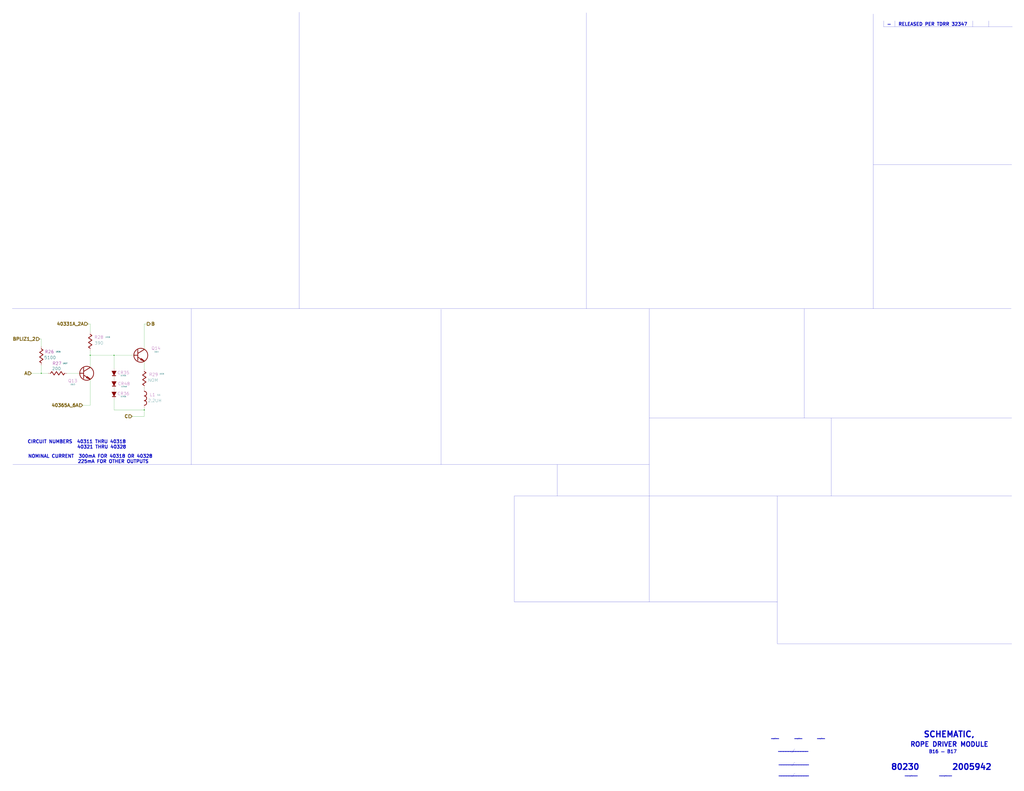
<source format=kicad_sch>
(kicad_sch (version 20211123) (generator eeschema)
  (paper "E")
  (lib_symbols
    (symbol "AGC_DSKY:Diode" (pin_numbers hide) (pin_names (offset 1.016) hide)
      (property "Reference" "CR" (at 0 5.08 0))
      (symbol "Diode_0_1"
        (polyline (pts (xy -2.54 -1.27) (xy -2.54 -1.905)) (stroke (width 0.762)))
        (polyline (pts (xy -2.54 1.27) (xy -2.54 -1.27)) (stroke (width 0.762)))
        (polyline (pts (xy -2.54 1.27) (xy -2.54 1.905)) (stroke (width 0.762)))
        (polyline (pts (xy -2.54 0) (xy 2.54 -2.54) (xy 2.54 2.54) (xy -2.54 0)) (stroke (width 0.2032)) (fill (type outline)))
      )
      (symbol "Diode_1_1"
        (pin passive line (at -5.08 0 0) (length 2.54) (name "K") (number "1"))
        (pin passive line (at 5.08 0 180) (length 2.54) (name "A") (number "2"))
      )
    )
    (symbol "AGC_DSKY:Inductor" (pin_numbers hide) (pin_names (offset 0) hide)
      (property "Reference" "L" (at -1.27 5.08 0))
      (symbol "Inductor_0_1"
        (arc (start -2.54 0) (mid -5.08 2.54) (end -7.62 0) (stroke (width 0.762)))
        (arc (start 2.54 0) (mid 0 2.54) (end -2.54 0) (stroke (width 0.762)))
        (arc (start 7.62 0) (mid 5.08 2.54) (end 2.54 0) (stroke (width 0.762)))
      )
      (symbol "Inductor_1_1"
        (pin passive line (at -10.16 0 0) (length 2.54) (name "1") (number "1"))
        (pin passive line (at 10.16 0 180) (length 2.54) (name "2") (number "2"))
      )
    )
    (symbol "AGC_DSKY:Resistor" (pin_numbers hide) (pin_names (offset 0) hide)
      (property "Reference" "R" (at -0.635 -4.445 0))
      (symbol "Resistor_0_1"
        (polyline (pts (xy -7.62 0) (xy -6.35 -1.905) (xy -3.81 1.905) (xy -1.27 -1.905) (xy 1.27 1.905) (xy 3.81 -1.905) (xy 6.35 1.905) (xy 7.62 0)) (stroke (width 0.762)))
      )
      (symbol "Resistor_1_1"
        (pin passive line (at -10.16 0 0) (length 2.54) (name "1") (number "1"))
        (pin passive line (at 10.16 0 180) (length 2.54) (name "2") (number "2"))
      )
    )
    (symbol "AGC_DSKY:Transistor-NPN" (pin_numbers hide) (pin_names (offset 0) hide)
      (property "Reference" "Q" (at 0 10.541 0))
      (symbol "Transistor-NPN_0_1"
        (polyline (pts (xy -3.302 -2.032) (xy 3.81 -6.35)) (stroke (width 0.762)))
        (polyline (pts (xy -3.302 2.032) (xy 3.81 6.35)) (stroke (width 0.762)))
        (polyline (pts (xy -3.302 5.969) (xy -3.302 -5.715)) (stroke (width 0.762)))
        (polyline (pts (xy -3.302 0) (xy -7.62 0) (xy -7.493 0)) (stroke (width 0.762)))
        (polyline (pts (xy -0.127 -4.826) (xy 0.635 -3.556) (xy 3.81 -6.35) (xy -0.254 -4.953)) (stroke (width 0.762)) (fill (type outline)))
        (circle (center 0 0) (radius 7.62) (stroke (width 0.762)))
      )
      (symbol "Transistor-NPN_1_1"
        (pin passive line (at 3.81 6.35 180) (length 0) (name "C") (number "1"))
        (pin passive line (at -7.62 0 0) (length 0) (name "B") (number "2"))
        (pin passive line (at 3.81 -6.35 180) (length 0) (name "E") (number "3"))
      )
    )
  )
  (junction (at 45.085 407.67))
  (junction (at 157.48 447.675))
  (junction (at 98.425 387.985))
  (junction (at 124.46 387.985))
  (polyline (pts (xy 895.1976 807.6946) (xy 897.1026 805.1546)) (stroke (width 0) (type solid)))
  (wire (pts (xy 124.46 435.61) (xy 124.46 447.675)))
  (polyline (pts (xy 13.97 507.365) (xy 708.66 507.365)) (stroke (width 0) (type solid)))
  (polyline (pts (xy 561.34 541.655) (xy 1104.265 541.655)) (stroke (width 0) (type solid)))
  (polyline (pts (xy 953.135 179.705) (xy 1104.265 179.705)) (stroke (width 0) (type solid)))
  (wire (pts (xy 146.05 387.985) (xy 124.46 387.985)))
  (polyline (pts (xy 481.33 507.365) (xy 481.33 337.82)) (stroke (width 0) (type solid)))
  (wire (pts (xy 43.18 370.205) (xy 45.085 370.205)))
  (polyline (pts (xy 326.39 337.185) (xy 326.39 13.335)) (stroke (width 0) (type solid)))
  (polyline (pts (xy 964.311 22.7584) (xy 964.311 29.21)) (stroke (width 0) (type solid)))
  (wire (pts (xy 124.46 447.675) (xy 157.48 447.675)))
  (wire (pts (xy 45.085 407.67) (xy 34.29 407.67)))
  (wire (pts (xy 98.425 387.985) (xy 98.425 401.32)))
  (polyline (pts (xy 708.66 657.225) (xy 708.66 337.185)) (stroke (width 0) (type solid)))
  (polyline (pts (xy 964.311 29.21) (xy 1104.9 29.21)) (stroke (width 0) (type solid)))
  (polyline (pts (xy 844.3976 807.6946) (xy 846.3026 805.1546)) (stroke (width 0) (type solid)))
  (polyline (pts (xy 1061.72 22.7584) (xy 1061.72 29.21)) (stroke (width 0) (type solid)))
  (wire (pts (xy 52.705 407.67) (xy 45.085 407.67)))
  (wire (pts (xy 98.425 442.595) (xy 90.17 442.595)))
  (wire (pts (xy 45.085 398.78) (xy 45.085 407.67)))
  (polyline (pts (xy 877.57 456.565) (xy 877.57 337.185)) (stroke (width 0) (type solid)))
  (wire (pts (xy 73.025 407.67) (xy 86.995 407.67)))
  (polyline (pts (xy 976.7824 22.7584) (xy 976.7824 29.21)) (stroke (width 0) (type solid)))
  (polyline (pts (xy 13.335 337.185) (xy 1103.63 337.185)) (stroke (width 0) (type solid)))
  (polyline (pts (xy 864.0826 836.9046) (xy 867.2576 832.4596)) (stroke (width 0) (type solid)))
  (wire (pts (xy 160.655 353.695) (xy 157.48 353.695)))
  (polyline (pts (xy 1030.4526 848.3346) (xy 1032.9926 845.7946)) (stroke (width 0) (type solid)))
  (polyline (pts (xy 992.9876 848.3346) (xy 995.5276 845.7946)) (stroke (width 0) (type solid)))
  (polyline (pts (xy 208.915 337.185) (xy 208.915 507.365)) (stroke (width 0) (type solid)))
  (wire (pts (xy 124.46 387.985) (xy 98.425 387.985)))
  (polyline (pts (xy 561.34 657.225) (xy 848.36 657.225)) (stroke (width 0) (type solid)))
  (wire (pts (xy 157.48 394.335) (xy 157.48 403.225)))
  (polyline (pts (xy 870.4326 807.6946) (xy 872.3376 805.1546)) (stroke (width 0) (type solid)))
  (polyline (pts (xy 561.34 541.655) (xy 561.34 657.225)) (stroke (width 0) (type solid)))
  (polyline (pts (xy 907.415 541.655) (xy 907.415 456.565)) (stroke (width 0) (type solid)))
  (polyline (pts (xy 608.33 507.365) (xy 608.33 541.655)) (stroke (width 0) (type solid)))
  (polyline (pts (xy 864.0826 822.2996) (xy 867.2576 817.8546)) (stroke (width 0) (type solid)))
  (wire (pts (xy 124.46 424.18) (xy 124.46 425.45)))
  (wire (pts (xy 157.48 423.545) (xy 157.48 424.815)))
  (wire (pts (xy 98.425 353.695) (xy 98.425 362.585)))
  (wire (pts (xy 157.48 454.66) (xy 157.48 447.675)))
  (wire (pts (xy 157.48 445.135) (xy 157.48 447.675)))
  (polyline (pts (xy 848.36 702.945) (xy 1104.265 702.945)) (stroke (width 0) (type solid)))
  (wire (pts (xy 98.425 414.02) (xy 98.425 442.595)))
  (polyline (pts (xy 640.08 337.185) (xy 640.08 13.97)) (stroke (width 0) (type solid)))
  (polyline (pts (xy 1079.1698 22.7584) (xy 1079.1698 29.21)) (stroke (width 0) (type solid)))
  (polyline (pts (xy 864.0826 848.9696) (xy 867.2576 844.5246)) (stroke (width 0) (type solid)))
  (wire (pts (xy 157.48 353.695) (xy 157.48 381.635)))
  (polyline (pts (xy 708.66 456.565) (xy 1104.265 456.565)) (stroke (width 0) (type solid)))
  (wire (pts (xy 98.425 382.905) (xy 98.425 387.985)))
  (wire (pts (xy 157.48 454.66) (xy 144.145 454.66)))
  (wire (pts (xy 124.46 412.75) (xy 124.46 414.02)))
  (wire (pts (xy 45.085 370.205) (xy 45.085 378.46)))
  (polyline (pts (xy 848.36 541.655) (xy 848.36 702.945)) (stroke (width 0) (type solid)))
  (wire (pts (xy 124.46 402.59) (xy 124.46 387.985)))
  (polyline (pts (xy 953.135 337.185) (xy 953.135 15.24)) (stroke (width 0) (type solid)))
  (wire (pts (xy 95.885 353.695) (xy 98.425 353.695)))
  (text "SCHEMATIC," (at 1007.5926 805.7896 0) (effects (font (size 6.35 6.35) (thickness 1.27) bold) (justify left bottom)))
  (text "____________" (at 848.995 821.055 0) (effects (font (size 3.556 3.556) (thickness 0.7112) bold) (justify left bottom)))
  (text "2005942" (at 1038.7076 841.3496 0) (effects (font (size 6.35 6.35) (thickness 1.27) bold) (justify left bottom)))
  (text "___" (at 866.775 807.085 0) (effects (font (size 3.556 3.556) (thickness 0.7112) bold) (justify left bottom)))
  (text "___" (at 891.54 807.085 0) (effects (font (size 3.556 3.556) (thickness 0.7112) bold) (justify left bottom)))
  (text "B16 — B17" (at 1013.46 822.96 0) (effects (font (size 3.556 3.556) (thickness 0.7112) bold) (justify left bottom)))
  (text "80230" (at 972.0326 841.3496 0) (effects (font (size 6.35 6.35) (thickness 1.27) bold) (justify left bottom)))
  (text "CIRCUIT NUMBERS  40311 THRU 40318\n                    40321 THRU 40328" (at 29.845 490.22 0) (effects (font (size 3.556 3.556) (thickness 0.7112) bold) (justify left bottom)))
  (text "____________" (at 849.63 847.725 0) (effects (font (size 3.556 3.556) (thickness 0.7112) bold) (justify left bottom)))
  (text "____________" (at 849.63 835.66 0) (effects (font (size 3.556 3.556) (thickness 0.7112) bold) (justify left bottom)))
  (text "___" (at 841.375 807.085 0) (effects (font (size 3.556 3.556) (thickness 0.7112) bold) (justify left bottom)))
  (text "ROPE DRIVER MODULE" (at 993.14 815.975 0) (effects (font (size 5.08 5.08) (thickness 1.016) bold) (justify left bottom)))
  (text "_____" (at 987.2726 847.6996 0) (effects (font (size 3.556 3.556) (thickness 0.7112) bold) (justify left bottom)))
  (text "_____" (at 1024.7376 847.6996 0) (effects (font (size 3.556 3.556) (thickness 0.7112) bold) (justify left bottom)))
  (text "NOMINAL CURRENT  300mA FOR 40318 OR 40328\n                    225mA FOR OTHER OUTPUTS" (at 30.48 506.095 0) (effects (font (size 3.556 3.556) (thickness 0.7112) bold) (justify left bottom)))
  (text "-   RELEASED PER TDRR 32347" (at 967.74 28.575 0) (effects (font (size 3.556 3.556) (thickness 0.7112) bold) (justify left bottom)))
  (hierarchical_label "BPLIZ1_2" (shape input) (at 43.18 370.205 180) (effects (font (size 3.556 3.556) (thickness 0.7112) bold)))
  (hierarchical_label "B" (shape output) (at 160.655 353.695 0) (effects (font (size 3.556 3.556) (thickness 0.7112) bold)))
  (hierarchical_label "40365A_6A" (shape input) (at 90.17 442.595 180) (effects (font (size 3.556 3.556) (thickness 0.7112) bold)))
  (hierarchical_label "C" (shape input) (at 144.145 454.66 180) (effects (font (size 3.556 3.556) (thickness 0.7112) bold)))
  (hierarchical_label "A" (shape input) (at 34.29 407.67 180) (effects (font (size 3.556 3.556) (thickness 0.7112) bold)))
  (hierarchical_label "40331A_2A" (shape input) (at 95.885 353.695 180) (effects (font (size 3.556 3.556) (thickness 0.7112) bold)))
  (symbol (lib_id "AGC_DSKY:Transistor-NPN") (at 94.615 407.67 0)
    (property "Reference" "1Q13" (at 79.375 419.735 0))
    (property "Value" "Transistor-NPN" (effects hide))
    (property "OREFD" "Q13" (at 79.375 415.925 0) (effects (font (size 3.302 3.302))))
  )
  (symbol (lib_id "AGC_DSKY:Transistor-NPN") (at 153.67 387.985 0)
    (property "Reference" "1Q14" (at 170.815 384.175 0))
    (property "Value" "Transistor-NPN" (effects hide))
    (property "OREFD" "Q14" (at 170.18 380.365 0) (effects (font (size 3.302 3.302))))
  )
  (symbol (lib_id "AGC_DSKY:Resistor") (at 45.085 388.62 270) (mirror x)
    (property "Reference" "1R26" (at 63.5 384.175 90))
    (property "Value" "5100" (at 54.61 390.525 90) (effects (font (size 3.302 3.302))))
    (property "OREFD" "R26" (at 53.975 384.175 90) (effects (font (size 3.302 3.302))))
  )
  (symbol (lib_id "AGC_DSKY:Resistor") (at 62.865 407.67 0) (mirror y)
    (property "Reference" "1R27" (at 71.12 396.875 0))
    (property "Value" "200" (at 61.595 402.59 0) (effects (font (size 3.302 3.302))))
    (property "OREFD" "R27" (at 62.23 396.875 0) (effects (font (size 3.302 3.302))))
  )
  (symbol (lib_id "AGC_DSKY:Resistor") (at 98.425 372.745 270) (mirror x)
    (property "Reference" "1R28" (at 117.475 368.3 90))
    (property "Value" "390" (at 107.95 374.65 90) (effects (font (size 3.302 3.302))))
    (property "OREFD" "R28" (at 107.95 368.3 90) (effects (font (size 3.302 3.302))))
  )
  (symbol (lib_id "AGC_DSKY:Resistor") (at 157.48 413.385 270) (mirror x)
    (property "Reference" "1R29" (at 176.53 408.305 90))
    (property "Value" "NOM" (at 167.005 415.29 90) (effects (font (size 3.302 3.302))))
    (property "OREFD" "R29" (at 167.64 408.94 90) (effects (font (size 3.302 3.302))))
  )
  (symbol (lib_id "AGC_DSKY:Diode") (at 124.46 419.1 90)
    (property "Reference" "1CR48" (at 135.255 422.275 90))
    (property "Value" "Diode" (effects hide))
    (property "OREFD" "CR48" (at 135.255 419.1 90) (effects (font (size 3.302 3.302))))
  )
  (symbol (lib_id "AGC_DSKY:Diode") (at 124.46 407.67 90)
    (property "Reference" "1CR35" (at 134.62 410.21 90))
    (property "Value" "Diode" (effects hide))
    (property "OREFD" "CR35" (at 134.62 407.035 90) (effects (font (size 3.302 3.302))))
  )
  (symbol (lib_id "AGC_DSKY:Diode") (at 124.46 430.53 90)
    (property "Reference" "1CR36" (at 134.62 433.07 90))
    (property "Value" "Diode" (effects hide))
    (property "OREFD" "CR36" (at 134.62 429.895 90) (effects (font (size 3.302 3.302))))
  )
  (symbol (lib_id "AGC_DSKY:Inductor") (at 157.48 434.975 270)
    (property "Reference" "1L1" (at 173.355 431.165 90))
    (property "Value" "2.2UH" (at 168.91 437.515 90) (effects (font (size 3.302 3.302))))
    (property "OREFD" "L1" (at 166.37 431.165 90) (effects (font (size 3.302 3.302))))
  )
)
</source>
